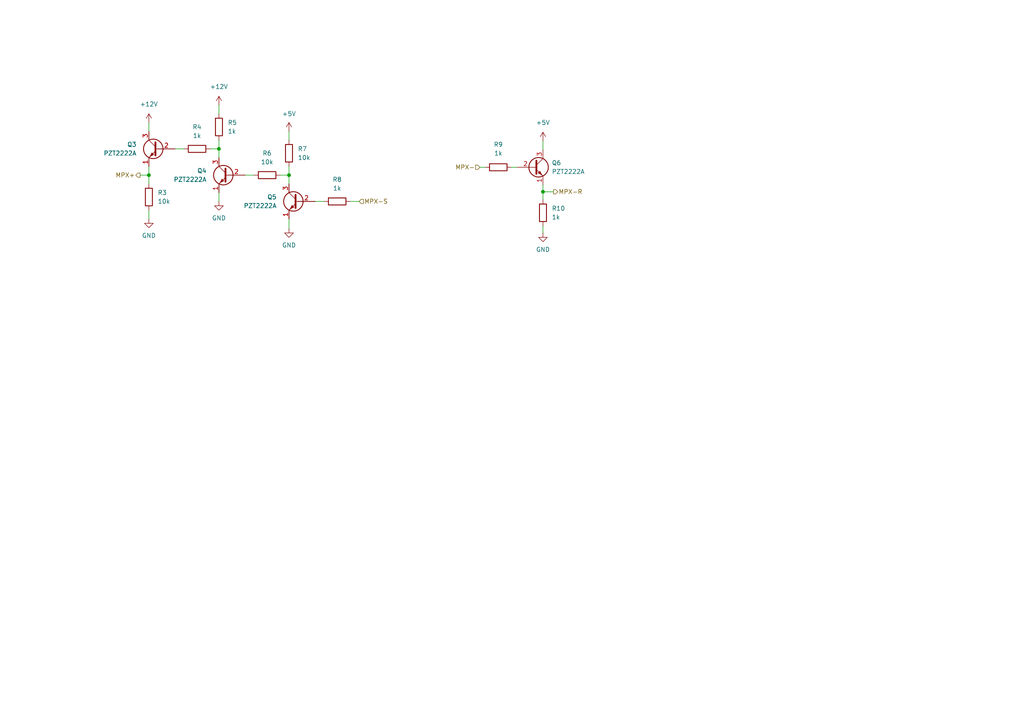
<source format=kicad_sch>
(kicad_sch (version 20230121) (generator eeschema)
  (paper "A4")
  (lib_symbols
    (symbol "Device:R" (pin_numbers hide) (pin_names (offset 0))
      (property "Reference" "R" (at 2.032 0 90))
      (property "Value" "R" (at 0 0 90))
      (symbol "R_0_1"
        (rectangle (start -1.016 -2.54) (end 1.016 2.54) (stroke (width 0.254)))
      )
      (symbol "R_1_1"
        (pin passive line (at 0 3.81 270) (length 1.27) (name "~") (number "1"))
        (pin passive line (at 0 -3.81 90) (length 1.27) (name "~") (number "2"))
      )
    )
    (symbol "Transistor_BJT:PN2222A" (pin_names (offset 0) hide)
      (property "Reference" "Q" (at 5.08 1.905 0))
      (property "Value" "PN2222A" (at 5.08 0 0))
      (symbol "PN2222A_0_1"
        (polyline (pts (xy 0 0) (xy 0.635 0)))
        (polyline (pts (xy 2.54 -2.54) (xy 0.635 -0.635)))
        (polyline (pts (xy 2.54 2.54) (xy 0.635 0.635)))
        (polyline (pts (xy 0.635 1.905) (xy 0.635 -1.905) (xy 0.635 -1.905)) (stroke (width 0.508)))
        (polyline (pts (xy 2.413 -2.413) (xy 1.905 -1.905) (xy 1.905 -1.905)))
        (polyline (pts (xy 1.143 -1.651) (xy 1.651 -1.143) (xy 2.159 -2.159) (xy 1.143 -1.651) (xy 1.143 -1.651)) (fill (type outline)))
        (circle (center 1.27 0) (radius 2.8194) (stroke (width 0.254)))
      )
      (symbol "PN2222A_1_1"
        (pin passive line (at 2.54 -5.08 90) (length 2.54) (name "E") (number "1"))
        (pin input line (at -5.08 0 0) (length 5.08) (name "B") (number "2"))
        (pin passive line (at 2.54 5.08 270) (length 2.54) (name "C") (number "3"))
      )
    )
    (symbol "power:+12V" (power) (pin_names (offset 0))
      (property "Value" "+12V" (at 0 3.556 0))
      (symbol "+12V_0_1"
        (polyline (pts (xy -0.762 1.27) (xy 0 2.54)))
        (polyline (pts (xy 0 0) (xy 0 2.54)))
        (polyline (pts (xy 0 2.54) (xy 0.762 1.27)))
      )
      (symbol "+12V_1_1"
        (pin power_in line (at 0 0 90) (length 0) hide (name "+12V") (number "1"))
      )
    )
    (symbol "power:+5V" (power) (pin_names (offset 0))
      (property "Value" "+5V" (at 0 3.556 0))
      (symbol "+5V_0_1"
        (polyline (pts (xy -0.762 1.27) (xy 0 2.54)))
        (polyline (pts (xy 0 0) (xy 0 2.54)))
        (polyline (pts (xy 0 2.54) (xy 0.762 1.27)))
      )
      (symbol "+5V_1_1"
        (pin power_in line (at 0 0 90) (length 0) hide (name "+5V") (number "1"))
      )
    )
    (symbol "power:GND" (power) (pin_names (offset 0))
      (property "Value" "GND" (at 0 -3.81 0))
      (symbol "GND_0_1"
        (polyline (pts (xy 0 0) (xy 0 -1.27) (xy 1.27 -1.27) (xy 0 -2.54) (xy -1.27 -1.27) (xy 0 -1.27)))
      )
      (symbol "GND_1_1"
        (pin power_in line (at 0 0 270) (length 0) hide (name "GND") (number "1"))
      )
    )
  )
  (junction (at 63.5 43.18))
  (junction (at 83.82 50.8))
  (junction (at 43.18 50.8))
  (junction (at 157.48 55.626))
  (wire (pts (xy 101.6 58.42) (xy 104.14 58.42)))
  (wire (pts (xy 83.82 63.5) (xy 83.82 66.294)))
  (wire (pts (xy 157.48 40.894) (xy 157.48 43.434)))
  (wire (pts (xy 157.48 65.532) (xy 157.48 67.564)))
  (wire (pts (xy 43.18 48.26) (xy 43.18 50.8)))
  (wire (pts (xy 43.18 35.56) (xy 43.18 38.1)))
  (wire (pts (xy 81.28 50.8) (xy 83.82 50.8)))
  (wire (pts (xy 83.82 50.8) (xy 83.82 53.34)))
  (wire (pts (xy 43.18 50.8) (xy 43.18 53.34)))
  (wire (pts (xy 43.18 60.96) (xy 43.18 63.5)))
  (wire (pts (xy 63.5 30.48) (xy 63.5 33.02)))
  (wire (pts (xy 83.82 48.26) (xy 83.82 50.8)))
  (wire (pts (xy 157.48 55.626) (xy 157.48 57.912)))
  (wire (pts (xy 157.48 55.626) (xy 160.528 55.626)))
  (wire (pts (xy 83.82 38.1) (xy 83.82 40.64)))
  (wire (pts (xy 139.192 48.514) (xy 140.716 48.514)))
  (wire (pts (xy 157.48 53.594) (xy 157.48 55.626)))
  (wire (pts (xy 63.5 40.64) (xy 63.5 43.18)))
  (wire (pts (xy 63.5 43.18) (xy 63.5 45.72)))
  (wire (pts (xy 91.44 58.42) (xy 93.98 58.42)))
  (wire (pts (xy 50.8 43.18) (xy 53.34 43.18)))
  (wire (pts (xy 71.12 50.8) (xy 73.66 50.8)))
  (wire (pts (xy 60.96 43.18) (xy 63.5 43.18)))
  (wire (pts (xy 40.64 50.8) (xy 43.18 50.8)))
  (wire (pts (xy 148.336 48.514) (xy 149.86 48.514)))
  (wire (pts (xy 63.5 55.88) (xy 63.5 58.42)))
  (hierarchical_label "MPX+" (shape output) (at 40.64 50.8 180))
  (hierarchical_label "MPX-S" (shape input) (at 104.14 58.42 0))
  (hierarchical_label "MPX-" (shape input) (at 139.192 48.514 180))
  (hierarchical_label "MPX-R" (shape output) (at 160.528 55.626 0))
  (symbol (lib_id "Device:R") (at 97.79 58.42 90) (unit 1)
    (property "Reference" "R8" (at 97.79 52.07 90))
    (property "Value" "1k" (at 97.79 54.61 90))
    (property "Footprint" "Resistor_SMD:R_0805_2012Metric_Pad1.20x1.40mm_HandSolder" (effects hide))
  )
  (symbol (lib_id "Device:R") (at 43.18 57.15 180) (unit 1)
    (property "Reference" "R3" (at 45.72 55.8799 0) (effects (justify right)))
    (property "Value" "10k" (at 45.72 58.4199 0) (effects (justify right)))
    (property "Footprint" "Resistor_SMD:R_0805_2012Metric_Pad1.20x1.40mm_HandSolder" (effects hide))
  )
  (symbol (lib_id "Device:R") (at 77.47 50.8 90) (unit 1)
    (property "Reference" "R6" (at 77.47 44.45 90))
    (property "Value" "10k" (at 77.47 46.99 90))
    (property "Footprint" "Resistor_SMD:R_0805_2012Metric_Pad1.20x1.40mm_HandSolder" (effects hide))
  )
  (symbol (lib_id "Device:R") (at 57.15 43.18 90) (unit 1)
    (property "Reference" "R4" (at 57.15 36.83 90))
    (property "Value" "1k" (at 57.15 39.37 90))
    (property "Footprint" "Resistor_SMD:R_0805_2012Metric_Pad1.20x1.40mm_HandSolder" (effects hide))
  )
  (symbol (lib_id "Device:R") (at 157.48 61.722 180) (unit 1)
    (property "Reference" "R10" (at 160.02 60.4519 0) (effects (justify right)))
    (property "Value" "1k" (at 160.02 62.9919 0) (effects (justify right)))
    (property "Footprint" "Resistor_SMD:R_0805_2012Metric_Pad1.20x1.40mm_HandSolder" (effects hide))
  )
  (symbol (lib_id "Transistor_BJT:PN2222A") (at 66.04 50.8 0) (mirror y) (unit 1)
    (property "Reference" "Q4" (at 59.944 49.5299 0) (effects (justify left)))
    (property "Value" "PZT2222A" (at 59.944 52.0699 0) (effects (justify left)))
    (property "Footprint" "Package_TO_SOT_SMD:SOT-223" (effects hide))
    (property "Datasheet" "https://www.onsemi.com/pub/Collateral/PN2222-D.PDF" (effects hide))
  )
  (symbol (lib_id "Device:R") (at 144.526 48.514 90) (unit 1)
    (property "Reference" "R9" (at 144.526 41.91 90))
    (property "Value" "1k" (at 144.526 44.45 90))
    (property "Footprint" "Resistor_SMD:R_0805_2012Metric_Pad1.20x1.40mm_HandSolder" (effects hide))
  )
  (symbol (lib_id "Device:R") (at 63.5 36.83 0) (mirror y) (unit 1)
    (property "Reference" "R5" (at 66.04 35.5599 0) (effects (justify right)))
    (property "Value" "1k" (at 66.04 38.0999 0) (effects (justify right)))
    (property "Footprint" "Resistor_SMD:R_0805_2012Metric_Pad1.20x1.40mm_HandSolder" (effects hide))
  )
  (symbol (lib_id "power:GND") (at 157.48 67.564 0) (unit 1)
    (property "Reference" "#PWR0121" (effects hide))
    (property "Value" "GND" (at 157.48 72.39 0))
  )
  (symbol (lib_id "power:+5V") (at 157.48 40.894 0) (unit 1)
    (property "Reference" "#PWR0122" (effects hide))
    (property "Value" "+5V" (at 157.48 35.56 0))
  )
  (symbol (lib_id "power:GND") (at 63.5 58.42 0) (unit 1)
    (property "Reference" "#PWR0118" (effects hide))
    (property "Value" "GND" (at 63.5 63.246 0))
  )
  (symbol (lib_id "power:GND") (at 43.18 63.5 0) (unit 1)
    (property "Reference" "#PWR0116" (effects hide))
    (property "Value" "GND" (at 43.18 68.326 0))
  )
  (symbol (lib_id "power:+12V") (at 43.18 35.56 0) (unit 1)
    (property "Reference" "#PWR0117" (effects hide))
    (property "Value" "+12V" (at 43.18 30.226 0))
  )
  (symbol (lib_id "power:+5V") (at 83.82 38.1 0) (unit 1)
    (property "Reference" "#PWR0115" (effects hide))
    (property "Value" "+5V" (at 83.82 33.02 0))
  )
  (symbol (lib_id "Transistor_BJT:PN2222A") (at 154.94 48.514 0) (unit 1)
    (property "Reference" "Q6" (at 160.02 47.2439 0) (effects (justify left)))
    (property "Value" "PZT2222A" (at 160.02 49.7839 0) (effects (justify left)))
    (property "Footprint" "Package_TO_SOT_SMD:SOT-223" (effects hide))
    (property "Datasheet" "https://www.onsemi.com/pub/Collateral/PN2222-D.PDF" (effects hide))
  )
  (symbol (lib_id "Device:R") (at 83.82 44.45 0) (unit 1)
    (property "Reference" "R7" (at 86.36 43.1799 0) (effects (justify left)))
    (property "Value" "10k" (at 86.36 45.7199 0) (effects (justify left)))
    (property "Footprint" "Resistor_SMD:R_0805_2012Metric_Pad1.20x1.40mm_HandSolder" (effects hide))
  )
  (symbol (lib_id "power:GND") (at 83.82 66.294 0) (unit 1)
    (property "Reference" "#PWR0120" (effects hide))
    (property "Value" "GND" (at 83.82 71.12 0))
  )
  (symbol (lib_id "Transistor_BJT:PN2222A") (at 45.72 43.18 0) (mirror y) (unit 1)
    (property "Reference" "Q3" (at 39.624 41.9099 0) (effects (justify left)))
    (property "Value" "PZT2222A" (at 39.624 44.4499 0) (effects (justify left)))
    (property "Footprint" "Package_TO_SOT_SMD:SOT-223" (effects hide))
    (property "Datasheet" "https://www.onsemi.com/pub/Collateral/PN2222-D.PDF" (effects hide))
  )
  (symbol (lib_id "Transistor_BJT:PN2222A") (at 86.36 58.42 0) (mirror y) (unit 1)
    (property "Reference" "Q5" (at 80.264 57.1499 0) (effects (justify left)))
    (property "Value" "PZT2222A" (at 80.264 59.6899 0) (effects (justify left)))
    (property "Footprint" "Package_TO_SOT_SMD:SOT-223" (effects hide))
    (property "Datasheet" "https://www.onsemi.com/pub/Collateral/PN2222-D.PDF" (effects hide))
  )
  (symbol (lib_id "power:+12V") (at 63.5 30.48 0) (unit 1)
    (property "Reference" "#PWR0119" (effects hide))
    (property "Value" "+12V" (at 63.5 25.146 0))
  )
)
</source>
